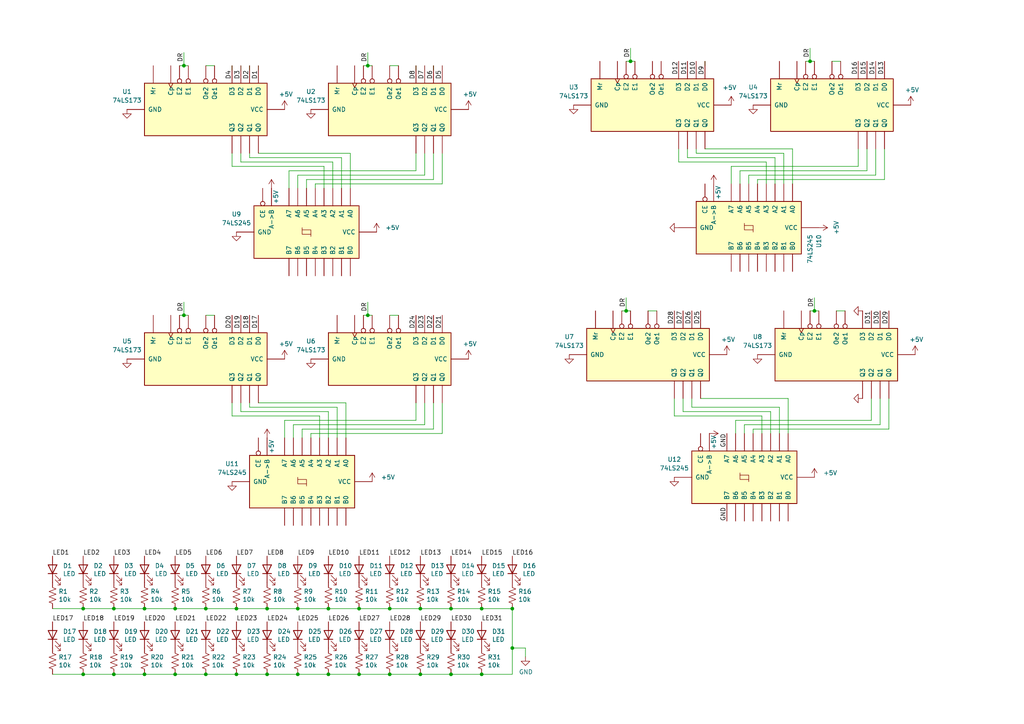
<source format=kicad_sch>
(kicad_sch (version 20230121) (generator eeschema)
  (paper "A4")
  (title_block (title "31-bit register") (rev "1") (comment 1 "DR: Data Read"))
  (junction (at 181.61 90.17))
  (junction (at 33.02 176.53))
  (junction (at 68.58 176.53))
  (junction (at 41.91 176.53))
  (junction (at 139.7 176.53))
  (junction (at 130.81 195.58))
  (junction (at 121.92 176.53))
  (junction (at 234.95 17.78))
  (junction (at 113.03 176.53))
  (junction (at 50.8 176.53))
  (junction (at 77.47 195.58))
  (junction (at 113.03 195.58))
  (junction (at 148.59 187.96))
  (junction (at 182.88 17.78))
  (junction (at 24.13 195.58))
  (junction (at 24.13 176.53))
  (junction (at 95.25 176.53))
  (junction (at 104.14 195.58))
  (junction (at 130.81 176.53))
  (junction (at 106.68 91.44))
  (junction (at 53.34 91.44))
  (junction (at 95.25 195.58))
  (junction (at 106.68 19.05))
  (junction (at 33.02 195.58))
  (junction (at 148.59 176.53))
  (junction (at 121.92 195.58))
  (junction (at 68.58 195.58))
  (junction (at 41.91 195.58))
  (junction (at 86.36 176.53))
  (junction (at 104.14 176.53))
  (junction (at 59.69 195.58))
  (junction (at 139.7 195.58))
  (junction (at 53.34 19.05))
  (junction (at 86.36 195.58))
  (junction (at 236.22 90.17))
  (junction (at 59.69 176.53))
  (junction (at 77.47 176.53))
  (junction (at 50.8 195.58))
  (wire (pts (xy 182.88 13.97) (xy 182.88 17.78)))
  (wire (pts (xy 15.24 176.53) (xy 24.13 176.53)))
  (wire (pts (xy 121.92 195.58) (xy 130.81 195.58)))
  (wire (pts (xy 120.65 44.45) (xy 120.65 49.53)))
  (wire (pts (xy 215.9 125.73) (xy 215.9 123.19)))
  (wire (pts (xy 50.8 176.53) (xy 59.69 176.53)))
  (wire (pts (xy 106.68 87.63) (xy 106.68 91.44)))
  (wire (pts (xy 72.39 20.32) (xy 72.39 19.05)))
  (wire (pts (xy 82.55 127) (xy 82.55 121.92)))
  (wire (pts (xy 212.09 48.26) (xy 212.09 53.34)))
  (wire (pts (xy 95.25 195.58) (xy 104.14 195.58)))
  (wire (pts (xy 74.93 44.45) (xy 101.6 44.45)))
  (wire (pts (xy 248.92 48.26) (xy 212.09 48.26)))
  (wire (pts (xy 219.71 53.34) (xy 219.71 52.07)))
  (wire (pts (xy 257.81 124.46) (xy 257.81 115.57)))
  (wire (pts (xy 123.19 123.19) (xy 123.19 116.84)))
  (wire (pts (xy 121.92 176.53) (xy 130.81 176.53)))
  (wire (pts (xy 200.66 118.11) (xy 226.06 118.11)))
  (wire (pts (xy 125.73 19.05) (xy 125.73 20.32)))
  (wire (pts (xy 33.02 195.58) (xy 41.91 195.58)))
  (wire (pts (xy 95.25 176.53) (xy 104.14 176.53)))
  (wire (pts (xy 67.31 44.45) (xy 67.31 48.26)))
  (wire (pts (xy 62.23 19.05) (xy 59.69 19.05)))
  (wire (pts (xy 148.59 176.53) (xy 148.59 187.96)))
  (wire (pts (xy 74.93 20.32) (xy 74.93 19.05)))
  (wire (pts (xy 201.93 43.18) (xy 201.93 44.45)))
  (wire (pts (xy 139.7 195.58) (xy 148.59 195.58)))
  (wire (pts (xy 255.27 123.19) (xy 255.27 115.57)))
  (wire (pts (xy 123.19 19.05) (xy 123.19 20.32)))
  (wire (pts (xy 87.63 127) (xy 87.63 124.46)))
  (wire (pts (xy 198.12 119.38) (xy 198.12 115.57)))
  (wire (pts (xy 41.91 176.53) (xy 50.8 176.53)))
  (wire (pts (xy 196.85 43.18) (xy 196.85 46.99)))
  (wire (pts (xy 228.6 115.57) (xy 203.2 115.57)))
  (wire (pts (xy 72.39 45.72) (xy 99.06 45.72)))
  (wire (pts (xy 236.22 90.17) (xy 234.95 90.17)))
  (wire (pts (xy 95.25 119.38) (xy 69.85 119.38)))
  (wire (pts (xy 107.95 19.05) (xy 106.68 19.05)))
  (wire (pts (xy 77.47 195.58) (xy 86.36 195.58)))
  (wire (pts (xy 72.39 44.45) (xy 72.39 45.72)))
  (wire (pts (xy 88.9 52.07) (xy 88.9 54.61)))
  (wire (pts (xy 226.06 125.73) (xy 226.06 118.11)))
  (wire (pts (xy 224.79 53.34) (xy 224.79 45.72)))
  (wire (pts (xy 204.47 43.18) (xy 229.87 43.18)))
  (wire (pts (xy 87.63 124.46) (xy 125.73 124.46)))
  (wire (pts (xy 184.15 17.78) (xy 182.88 17.78)))
  (wire (pts (xy 182.88 90.17) (xy 181.61 90.17)))
  (wire (pts (xy 97.79 127) (xy 97.79 118.11)))
  (wire (pts (xy 72.39 118.11) (xy 72.39 116.84)))
  (wire (pts (xy 104.14 195.58) (xy 113.03 195.58)))
  (wire (pts (xy 24.13 195.58) (xy 33.02 195.58)))
  (wire (pts (xy 85.09 123.19) (xy 123.19 123.19)))
  (wire (pts (xy 91.44 53.34) (xy 91.44 54.61)))
  (wire (pts (xy 181.61 86.36) (xy 181.61 90.17)))
  (wire (pts (xy 256.54 43.18) (xy 256.54 52.07)))
  (wire (pts (xy 215.9 123.19) (xy 255.27 123.19)))
  (wire (pts (xy 90.17 127) (xy 90.17 125.73)))
  (wire (pts (xy 128.27 19.05) (xy 128.27 20.32)))
  (wire (pts (xy 125.73 52.07) (xy 88.9 52.07)))
  (wire (pts (xy 217.17 50.8) (xy 217.17 53.34)))
  (wire (pts (xy 50.8 195.58) (xy 59.69 195.58)))
  (wire (pts (xy 123.19 50.8) (xy 86.36 50.8)))
  (wire (pts (xy 100.33 127) (xy 100.33 116.84)))
  (wire (pts (xy 128.27 53.34) (xy 91.44 53.34)))
  (wire (pts (xy 113.03 176.53) (xy 121.92 176.53)))
  (wire (pts (xy 130.81 195.58) (xy 139.7 195.58)))
  (wire (pts (xy 248.92 43.18) (xy 248.92 48.26)))
  (wire (pts (xy 242.57 90.17) (xy 245.11 90.17)))
  (wire (pts (xy 101.6 44.45) (xy 101.6 54.61)))
  (wire (pts (xy 139.7 176.53) (xy 148.59 176.53)))
  (wire (pts (xy 106.68 91.44) (xy 105.41 91.44)))
  (wire (pts (xy 220.98 120.65) (xy 195.58 120.65)))
  (wire (pts (xy 228.6 125.73) (xy 228.6 115.57)))
  (wire (pts (xy 251.46 49.53) (xy 214.63 49.53)))
  (wire (pts (xy 86.36 195.58) (xy 95.25 195.58)))
  (wire (pts (xy 148.59 195.58) (xy 148.59 187.96)))
  (wire (pts (xy 195.58 120.65) (xy 195.58 115.57)))
  (wire (pts (xy 213.36 121.92) (xy 252.73 121.92)))
  (wire (pts (xy 113.03 91.44) (xy 115.57 91.44)))
  (wire (pts (xy 241.3 17.78) (xy 243.84 17.78)))
  (wire (pts (xy 54.61 91.44) (xy 53.34 91.44)))
  (wire (pts (xy 92.71 127) (xy 92.71 120.65)))
  (wire (pts (xy 182.88 17.78) (xy 181.61 17.78)))
  (wire (pts (xy 59.69 176.53) (xy 68.58 176.53)))
  (wire (pts (xy 236.22 17.78) (xy 234.95 17.78)))
  (wire (pts (xy 54.61 19.05) (xy 53.34 19.05)))
  (wire (pts (xy 96.52 46.99) (xy 96.52 54.61)))
  (wire (pts (xy 214.63 49.53) (xy 214.63 53.34)))
  (wire (pts (xy 204.47 19.05) (xy 204.47 17.78)))
  (wire (pts (xy 106.68 19.05) (xy 105.41 19.05)))
  (wire (pts (xy 125.73 124.46) (xy 125.73 116.84)))
  (wire (pts (xy 234.95 17.78) (xy 233.68 17.78)))
  (wire (pts (xy 67.31 48.26) (xy 93.98 48.26)))
  (wire (pts (xy 59.69 91.44) (xy 62.23 91.44)))
  (wire (pts (xy 59.69 195.58) (xy 68.58 195.58)))
  (wire (pts (xy 95.25 127) (xy 95.25 119.38)))
  (wire (pts (xy 187.96 90.17) (xy 190.5 90.17)))
  (wire (pts (xy 93.98 48.26) (xy 93.98 54.61)))
  (wire (pts (xy 199.39 43.18) (xy 199.39 45.72)))
  (wire (pts (xy 97.79 118.11) (xy 72.39 118.11)))
  (wire (pts (xy 222.25 53.34) (xy 222.25 46.99)))
  (wire (pts (xy 99.06 45.72) (xy 99.06 54.61)))
  (wire (pts (xy 120.65 49.53) (xy 83.82 49.53)))
  (wire (pts (xy 77.47 176.53) (xy 86.36 176.53)))
  (wire (pts (xy 104.14 176.53) (xy 113.03 176.53)))
  (wire (pts (xy 106.68 15.24) (xy 106.68 19.05)))
  (wire (pts (xy 148.59 187.96) (xy 152.4 187.96)))
  (wire (pts (xy 68.58 195.58) (xy 77.47 195.58)))
  (wire (pts (xy 130.81 176.53) (xy 139.7 176.53)))
  (wire (pts (xy 224.79 45.72) (xy 199.39 45.72)))
  (wire (pts (xy 107.95 91.44) (xy 106.68 91.44)))
  (wire (pts (xy 53.34 19.05) (xy 52.07 19.05)))
  (wire (pts (xy 33.02 176.53) (xy 41.91 176.53)))
  (wire (pts (xy 220.98 125.73) (xy 220.98 120.65)))
  (wire (pts (xy 86.36 176.53) (xy 95.25 176.53)))
  (wire (pts (xy 85.09 127) (xy 85.09 123.19)))
  (wire (pts (xy 236.22 86.36) (xy 236.22 90.17)))
  (wire (pts (xy 69.85 119.38) (xy 69.85 116.84)))
  (wire (pts (xy 83.82 49.53) (xy 83.82 54.61)))
  (wire (pts (xy 86.36 50.8) (xy 86.36 54.61)))
  (wire (pts (xy 90.17 125.73) (xy 128.27 125.73)))
  (wire (pts (xy 125.73 44.45) (xy 125.73 52.07)))
  (wire (pts (xy 41.91 195.58) (xy 50.8 195.58)))
  (wire (pts (xy 128.27 44.45) (xy 128.27 53.34)))
  (wire (pts (xy 213.36 125.73) (xy 213.36 121.92)))
  (wire (pts (xy 251.46 43.18) (xy 251.46 49.53)))
  (wire (pts (xy 219.71 52.07) (xy 256.54 52.07)))
  (wire (pts (xy 200.66 118.11) (xy 200.66 115.57)))
  (wire (pts (xy 254 43.18) (xy 254 50.8)))
  (wire (pts (xy 113.03 195.58) (xy 121.92 195.58)))
  (wire (pts (xy 237.49 90.17) (xy 236.22 90.17)))
  (wire (pts (xy 120.65 121.92) (xy 120.65 116.84)))
  (wire (pts (xy 92.71 120.65) (xy 67.31 120.65)))
  (wire (pts (xy 15.24 195.58) (xy 24.13 195.58)))
  (wire (pts (xy 227.33 44.45) (xy 201.93 44.45)))
  (wire (pts (xy 123.19 44.45) (xy 123.19 50.8)))
  (wire (pts (xy 128.27 125.73) (xy 128.27 116.84)))
  (wire (pts (xy 223.52 125.73) (xy 223.52 119.38)))
  (wire (pts (xy 68.58 176.53) (xy 77.47 176.53)))
  (wire (pts (xy 229.87 53.34) (xy 229.87 43.18)))
  (wire (pts (xy 53.34 87.63) (xy 53.34 91.44)))
  (wire (pts (xy 53.34 15.24) (xy 53.34 19.05)))
  (wire (pts (xy 113.03 19.05) (xy 115.57 19.05)))
  (wire (pts (xy 67.31 120.65) (xy 67.31 116.84)))
  (wire (pts (xy 181.61 90.17) (xy 180.34 90.17)))
  (wire (pts (xy 218.44 125.73) (xy 218.44 124.46)))
  (wire (pts (xy 222.25 46.99) (xy 196.85 46.99)))
  (wire (pts (xy 223.52 119.38) (xy 198.12 119.38)))
  (wire (pts (xy 227.33 53.34) (xy 227.33 44.45)))
  (wire (pts (xy 69.85 44.45) (xy 69.85 46.99)))
  (wire (pts (xy 69.85 46.99) (xy 96.52 46.99)))
  (wire (pts (xy 252.73 121.92) (xy 252.73 115.57)))
  (wire (pts (xy 69.85 20.32) (xy 69.85 19.05)))
  (wire (pts (xy 218.44 124.46) (xy 257.81 124.46)))
  (wire (pts (xy 254 50.8) (xy 217.17 50.8)))
  (wire (pts (xy 152.4 187.96) (xy 152.4 190.5)))
  (wire (pts (xy 74.93 116.84) (xy 100.33 116.84)))
  (wire (pts (xy 120.65 19.05) (xy 120.65 20.32)))
  (wire (pts (xy 67.31 20.32) (xy 67.31 19.05)))
  (wire (pts (xy 53.34 91.44) (xy 52.07 91.44)))
  (wire (pts (xy 24.13 176.53) (xy 33.02 176.53)))
  (wire (pts (xy 82.55 121.92) (xy 120.65 121.92)))
  (wire (pts (xy 234.95 13.97) (xy 234.95 17.78)))
  (label "LED10" (at 95.25 161.29 0))
  (label "LED18" (at 24.13 180.34 0))
  (label "LED25" (at 86.36 180.34 0))
  (label "LED23" (at 68.58 180.34 0))
  (label "D5" (at 128.27 20.32 270))
  (label "LED26" (at 95.25 180.34 0))
  (label "LED19" (at 33.02 180.34 0))
  (label "D9" (at 204.47 19.05 270))
  (label "D26" (at 200.66 90.17 270))
  (label "LED2" (at 24.13 161.29 0))
  (label "D10" (at 201.93 17.78 270))
  (label "LED6" (at 59.69 161.29 0))
  (label "D1" (at 74.93 20.32 270))
  (label "D20" (at 67.31 91.44 270))
  (label "D23" (at 123.19 91.44 270))
  (label "LED11" (at 104.14 161.29 0))
  (label "LED3" (at 33.02 161.29 0))
  (label "D27" (at 198.12 90.17 270))
  (label "LED5" (at 50.8 161.29 0))
  (label "D30" (at 255.27 90.17 270))
  (label "D19" (at 69.85 91.44 270))
  (label "D11" (at 199.39 17.78 270))
  (label "D15" (at 251.46 17.78 270))
  (label "LED4" (at 41.91 161.29 0))
  (label "D21" (at 128.27 91.44 270))
  (label "D18" (at 72.39 91.44 270))
  (label "DR" (at 106.68 15.24 270))
  (label "D3" (at 69.85 20.32 270))
  (label "D24" (at 120.65 91.44 270))
  (label "D4" (at 67.31 20.32 270))
  (label "GND" (at 210.82 151.13 90))
  (label "DR" (at 236.22 86.36 270))
  (label "GND" (at 210.82 125.73 270))
  (label "D14" (at 254 17.78 270))
  (label "LED13" (at 121.92 161.29 0))
  (label "D17" (at 74.93 91.44 270))
  (label "DR" (at 106.68 87.63 270))
  (label "D31" (at 252.73 90.17 270))
  (label "D29" (at 257.81 90.17 270))
  (label "D13" (at 256.54 17.78 270))
  (label "LED31" (at 139.7 180.34 0))
  (label "D2" (at 72.39 20.32 270))
  (label "D22" (at 125.73 91.44 270))
  (label "LED27" (at 104.14 180.34 0))
  (label "DR" (at 53.34 87.63 270))
  (label "LED29" (at 121.92 180.34 0))
  (label "LED15" (at 139.7 161.29 0))
  (label "D28" (at 195.58 90.17 270))
  (label "DR" (at 234.95 13.97 270))
  (label "LED30" (at 130.81 180.34 0))
  (label "D6" (at 125.73 20.32 270))
  (label "LED7" (at 68.58 161.29 0))
  (label "D12" (at 196.85 17.78 270))
  (label "LED12" (at 113.03 161.29 0))
  (label "D16" (at 248.92 17.78 270))
  (label "LED24" (at 77.47 180.34 0))
  (label "LED1" (at 15.24 161.29 0))
  (label "LED9" (at 86.36 161.29 0))
  (label "LED14" (at 130.81 161.29 0))
  (label "LED8" (at 77.47 161.29 0))
  (label "DR" (at 182.88 13.97 270))
  (label "LED28" (at 113.03 180.34 0))
  (label "LED21" (at 50.8 180.34 0))
  (label "LED17" (at 15.24 180.34 0))
  (label "LED16" (at 148.59 161.29 0))
  (label "DR" (at 53.34 15.24 270))
  (label "LED20" (at 41.91 180.34 0))
  (label "DR" (at 181.61 86.36 270))
  (label "D25" (at 203.2 90.17 270))
  (label "LED22" (at 59.69 180.34 0))
  (label "D8" (at 120.65 20.32 270))
  (label "D7" (at 123.19 20.32 270))
  (symbol (lib_name "74LS173_2") (lib_id "74xx:74LS173") (at 113.03 31.75 270) (unit 1)
    (property "Reference" "U2" (at 90.17 26.5683 90))
    (property "Value" "74LS173" (at 90.17 29.1083 90))
    (property "Footprint" "Package_SO:SOIC-16_3.9x9.9mm_P1.27mm" (effects hide))
    (property "Datasheet" "http://www.ti.com/lit/gpn/sn74LS173" (effects hide))
  )
  (symbol (lib_name "74LS173_1") (lib_id "74xx:74LS173") (at 59.69 31.75 270) (unit 1)
    (property "Reference" "U1" (at 36.83 26.5683 90))
    (property "Value" "74LS173" (at 36.83 29.1083 90))
    (property "Footprint" "Package_SO:SOIC-16_3.9x9.9mm_P1.27mm" (effects hide))
    (property "Datasheet" "http://www.ti.com/lit/gpn/sn74LS173" (effects hide))
  )
  (symbol (lib_id "Device:LED") (at 15.24 184.15 90) (unit 1)
    (property "Reference" "D17" (at 18.2372 183.1594 90) (effects (justify right)))
    (property "Value" "LED" (at 18.2372 185.4708 90) (effects (justify right)))
    (property "Footprint" "LED_SMD:LED_0402_1005Metric" (effects hide))
  )
  (symbol (lib_id "Device:R_US") (at 15.24 191.77 0) (unit 1)
    (property "Reference" "R17" (at 16.9672 190.6016 0) (effects (justify left)))
    (property "Value" "10k" (at 16.9672 192.913 0) (effects (justify left)))
    (property "Footprint" "Resistor_SMD:R_0402_1005Metric" (effects hide))
  )
  (symbol (lib_id "Device:LED") (at 24.13 184.15 90) (unit 1)
    (property "Reference" "D18" (at 27.1272 183.1594 90) (effects (justify right)))
    (property "Value" "LED" (at 27.1272 185.4708 90) (effects (justify right)))
    (property "Footprint" "LED_SMD:LED_0402_1005Metric" (effects hide))
  )
  (symbol (lib_id "Device:R_US") (at 24.13 191.77 0) (unit 1)
    (property "Reference" "R18" (at 25.8572 190.6016 0) (effects (justify left)))
    (property "Value" "10k" (at 25.8572 192.913 0) (effects (justify left)))
    (property "Footprint" "Resistor_SMD:R_0402_1005Metric" (effects hide))
  )
  (symbol (lib_id "Device:LED") (at 33.02 184.15 90) (unit 1)
    (property "Reference" "D19" (at 36.0172 183.1594 90) (effects (justify right)))
    (property "Value" "LED" (at 36.0172 185.4708 90) (effects (justify right)))
    (property "Footprint" "LED_SMD:LED_0402_1005Metric" (effects hide))
  )
  (symbol (lib_id "Device:R_US") (at 33.02 191.77 0) (unit 1)
    (property "Reference" "R19" (at 34.7472 190.6016 0) (effects (justify left)))
    (property "Value" "10k" (at 34.7472 192.913 0) (effects (justify left)))
    (property "Footprint" "Resistor_SMD:R_0402_1005Metric" (effects hide))
  )
  (symbol (lib_id "Device:LED") (at 41.91 184.15 90) (unit 1)
    (property "Reference" "D20" (at 44.9072 183.1594 90) (effects (justify right)))
    (property "Value" "LED" (at 44.9072 185.4708 90) (effects (justify right)))
    (property "Footprint" "LED_SMD:LED_0402_1005Metric" (effects hide))
  )
  (symbol (lib_id "Device:R_US") (at 41.91 191.77 0) (unit 1)
    (property "Reference" "R20" (at 43.6372 190.6016 0) (effects (justify left)))
    (property "Value" "10k" (at 43.6372 192.913 0) (effects (justify left)))
    (property "Footprint" "Resistor_SMD:R_0402_1005Metric" (effects hide))
  )
  (symbol (lib_id "Device:LED") (at 50.8 184.15 90) (unit 1)
    (property "Reference" "D21" (at 53.7972 183.1594 90) (effects (justify right)))
    (property "Value" "LED" (at 53.7972 185.4708 90) (effects (justify right)))
    (property "Footprint" "LED_SMD:LED_0402_1005Metric" (effects hide))
  )
  (symbol (lib_id "Device:R_US") (at 50.8 191.77 0) (unit 1)
    (property "Reference" "R21" (at 52.5272 190.6016 0) (effects (justify left)))
    (property "Value" "10k" (at 52.5272 192.913 0) (effects (justify left)))
    (property "Footprint" "Resistor_SMD:R_0402_1005Metric" (effects hide))
  )
  (symbol (lib_id "Device:LED") (at 59.69 184.15 90) (unit 1)
    (property "Reference" "D22" (at 62.6872 183.1594 90) (effects (justify right)))
    (property "Value" "LED" (at 62.6872 185.4708 90) (effects (justify right)))
    (property "Footprint" "LED_SMD:LED_0402_1005Metric" (effects hide))
  )
  (symbol (lib_id "Device:R_US") (at 59.69 191.77 0) (unit 1)
    (property "Reference" "R22" (at 61.4172 190.6016 0) (effects (justify left)))
    (property "Value" "10k" (at 61.4172 192.913 0) (effects (justify left)))
    (property "Footprint" "Resistor_SMD:R_0402_1005Metric" (effects hide))
  )
  (symbol (lib_id "Device:LED") (at 68.58 184.15 90) (unit 1)
    (property "Reference" "D23" (at 71.5772 183.1594 90) (effects (justify right)))
    (property "Value" "LED" (at 71.5772 185.4708 90) (effects (justify right)))
    (property "Footprint" "LED_SMD:LED_0402_1005Metric" (effects hide))
  )
  (symbol (lib_id "Device:R_US") (at 68.58 191.77 0) (unit 1)
    (property "Reference" "R23" (at 70.3072 190.6016 0) (effects (justify left)))
    (property "Value" "10k" (at 70.3072 192.913 0) (effects (justify left)))
    (property "Footprint" "Resistor_SMD:R_0402_1005Metric" (effects hide))
  )
  (symbol (lib_id "Device:LED") (at 77.47 184.15 90) (unit 1)
    (property "Reference" "D24" (at 80.4672 183.1594 90) (effects (justify right)))
    (property "Value" "LED" (at 80.4672 185.4708 90) (effects (justify right)))
    (property "Footprint" "LED_SMD:LED_0402_1005Metric" (effects hide))
  )
  (symbol (lib_id "Device:R_US") (at 77.47 191.77 0) (unit 1)
    (property "Reference" "R24" (at 79.1972 190.6016 0) (effects (justify left)))
    (property "Value" "10k" (at 79.1972 192.913 0) (effects (justify left)))
    (property "Footprint" "Resistor_SMD:R_0402_1005Metric" (effects hide))
  )
  (symbol (lib_id "Device:LED") (at 86.36 184.15 90) (unit 1)
    (property "Reference" "D25" (at 89.3572 183.1594 90) (effects (justify right)))
    (property "Value" "LED" (at 89.3572 185.4708 90) (effects (justify right)))
    (property "Footprint" "LED_SMD:LED_0402_1005Metric" (effects hide))
  )
  (symbol (lib_id "Device:R_US") (at 86.36 191.77 0) (unit 1)
    (property "Reference" "R25" (at 88.0872 190.6016 0) (effects (justify left)))
    (property "Value" "10k" (at 88.0872 192.913 0) (effects (justify left)))
    (property "Footprint" "Resistor_SMD:R_0402_1005Metric" (effects hide))
  )
  (symbol (lib_id "Device:LED") (at 95.25 184.15 90) (unit 1)
    (property "Reference" "D26" (at 98.2472 183.1594 90) (effects (justify right)))
    (property "Value" "LED" (at 98.2472 185.4708 90) (effects (justify right)))
    (property "Footprint" "LED_SMD:LED_0402_1005Metric" (effects hide))
  )
  (symbol (lib_id "Device:R_US") (at 95.25 191.77 0) (unit 1)
    (property "Reference" "R26" (at 96.9772 190.6016 0) (effects (justify left)))
    (property "Value" "10k" (at 96.9772 192.913 0) (effects (justify left)))
    (property "Footprint" "Resistor_SMD:R_0402_1005Metric" (effects hide))
  )
  (symbol (lib_id "Device:LED") (at 104.14 184.15 90) (unit 1)
    (property "Reference" "D27" (at 107.1372 183.1594 90) (effects (justify right)))
    (property "Value" "LED" (at 107.1372 185.4708 90) (effects (justify right)))
    (property "Footprint" "LED_SMD:LED_0402_1005Metric" (effects hide))
  )
  (symbol (lib_id "Device:R_US") (at 104.14 191.77 0) (unit 1)
    (property "Reference" "R27" (at 105.8672 190.6016 0) (effects (justify left)))
    (property "Value" "10k" (at 105.8672 192.913 0) (effects (justify left)))
    (property "Footprint" "Resistor_SMD:R_0402_1005Metric" (effects hide))
  )
  (symbol (lib_id "Device:LED") (at 113.03 184.15 90) (unit 1)
    (property "Reference" "D28" (at 116.0272 183.1594 90) (effects (justify right)))
    (property "Value" "LED" (at 116.0272 185.4708 90) (effects (justify right)))
    (property "Footprint" "LED_SMD:LED_0402_1005Metric" (effects hide))
  )
  (symbol (lib_id "Device:R_US") (at 113.03 191.77 0) (unit 1)
    (property "Reference" "R28" (at 114.7572 190.6016 0) (effects (justify left)))
    (property "Value" "10k" (at 114.7572 192.913 0) (effects (justify left)))
    (property "Footprint" "Resistor_SMD:R_0402_1005Metric" (effects hide))
  )
  (symbol (lib_id "Device:LED") (at 121.92 184.15 90) (unit 1)
    (property "Reference" "D29" (at 124.9172 183.1594 90) (effects (justify right)))
    (property "Value" "LED" (at 124.9172 185.4708 90) (effects (justify right)))
    (property "Footprint" "LED_SMD:LED_0402_1005Metric" (effects hide))
  )
  (symbol (lib_id "Device:R_US") (at 121.92 191.77 0) (unit 1)
    (property "Reference" "R29" (at 123.6472 190.6016 0) (effects (justify left)))
    (property "Value" "10k" (at 123.6472 192.913 0) (effects (justify left)))
    (property "Footprint" "Resistor_SMD:R_0402_1005Metric" (effects hide))
  )
  (symbol (lib_id "Device:LED") (at 130.81 184.15 90) (unit 1)
    (property "Reference" "D30" (at 133.8072 183.1594 90) (effects (justify right)))
    (property "Value" "LED" (at 133.8072 185.4708 90) (effects (justify right)))
    (property "Footprint" "LED_SMD:LED_0402_1005Metric" (effects hide))
  )
  (symbol (lib_id "Device:R_US") (at 130.81 191.77 0) (unit 1)
    (property "Reference" "R30" (at 132.5372 190.6016 0) (effects (justify left)))
    (property "Value" "10k" (at 132.5372 192.913 0) (effects (justify left)))
    (property "Footprint" "Resistor_SMD:R_0402_1005Metric" (effects hide))
  )
  (symbol (lib_id "Device:LED") (at 139.7 184.15 90) (unit 1)
    (property "Reference" "D31" (at 142.6972 183.1594 90) (effects (justify right)))
    (property "Value" "LED" (at 142.6972 185.4708 90) (effects (justify right)))
    (property "Footprint" "LED_SMD:LED_0402_1005Metric" (effects hide))
  )
  (symbol (lib_id "Device:R_US") (at 139.7 191.77 0) (unit 1)
    (property "Reference" "R31" (at 141.4272 190.6016 0) (effects (justify left)))
    (property "Value" "10k" (at 141.4272 192.913 0) (effects (justify left)))
    (property "Footprint" "Resistor_SMD:R_0402_1005Metric" (effects hide))
  )
  (symbol (lib_id "Device:LED") (at 148.59 165.1 90) (unit 1)
    (property "Reference" "D16" (at 151.5872 164.1094 90) (effects (justify right)))
    (property "Value" "LED" (at 151.5872 166.4208 90) (effects (justify right)))
    (property "Footprint" "LED_SMD:LED_0402_1005Metric" (effects hide))
  )
  (symbol (lib_id "Device:R_US") (at 148.59 172.72 0) (unit 1)
    (property "Reference" "R16" (at 150.3172 171.5516 0) (effects (justify left)))
    (property "Value" "10k" (at 150.3172 173.863 0) (effects (justify left)))
    (property "Footprint" "Resistor_SMD:R_0402_1005Metric" (effects hide))
  )
  (symbol (lib_id "Device:LED") (at 15.24 165.1 90) (unit 1)
    (property "Reference" "D1" (at 18.2372 164.1094 90) (effects (justify right)))
    (property "Value" "LED" (at 18.2372 166.4208 90) (effects (justify right)))
    (property "Footprint" "LED_SMD:LED_0402_1005Metric" (effects hide))
    (property "Datasheet" "https://www.mouser.com/datasheet/2/239/LTST-C281KGKT-1141420.pdf" (effects hide))
  )
  (symbol (lib_id "Device:R_US") (at 15.24 172.72 0) (unit 1)
    (property "Reference" "R1" (at 16.9672 171.5516 0) (effects (justify left)))
    (property "Value" "10k" (at 16.9672 173.863 0) (effects (justify left)))
    (property "Footprint" "Resistor_SMD:R_0402_1005Metric" (effects hide))
  )
  (symbol (lib_id "Device:LED") (at 24.13 165.1 90) (unit 1)
    (property "Reference" "D2" (at 27.1272 164.1094 90) (effects (justify right)))
    (property "Value" "LED" (at 27.1272 166.4208 90) (effects (justify right)))
    (property "Footprint" "LED_SMD:LED_0402_1005Metric" (effects hide))
  )
  (symbol (lib_id "Device:R_US") (at 24.13 172.72 0) (unit 1)
    (property "Reference" "R2" (at 25.8572 171.5516 0) (effects (justify left)))
    (property "Value" "10k" (at 25.8572 173.863 0) (effects (justify left)))
    (property "Footprint" "Resistor_SMD:R_0402_1005Metric" (effects hide))
  )
  (symbol (lib_id "Device:LED") (at 33.02 165.1 90) (unit 1)
    (property "Reference" "D3" (at 36.0172 164.1094 90) (effects (justify right)))
    (property "Value" "LED" (at 36.0172 166.4208 90) (effects (justify right)))
    (property "Footprint" "LED_SMD:LED_0402_1005Metric" (effects hide))
  )
  (symbol (lib_id "Device:R_US") (at 33.02 172.72 0) (unit 1)
    (property "Reference" "R3" (at 34.7472 171.5516 0) (effects (justify left)))
    (property "Value" "10k" (at 34.7472 173.863 0) (effects (justify left)))
    (property "Footprint" "Resistor_SMD:R_0402_1005Metric" (effects hide))
  )
  (symbol (lib_id "Device:LED") (at 41.91 165.1 90) (unit 1)
    (property "Reference" "D4" (at 44.9072 164.1094 90) (effects (justify right)))
    (property "Value" "LED" (at 44.9072 166.4208 90) (effects (justify right)))
    (property "Footprint" "LED_SMD:LED_0402_1005Metric" (effects hide))
  )
  (symbol (lib_id "Device:R_US") (at 41.91 172.72 0) (unit 1)
    (property "Reference" "R4" (at 43.6372 171.5516 0) (effects (justify left)))
    (property "Value" "10k" (at 43.6372 173.863 0) (effects (justify left)))
    (property "Footprint" "Resistor_SMD:R_0402_1005Metric" (effects hide))
  )
  (symbol (lib_id "Device:LED") (at 50.8 165.1 90) (unit 1)
    (property "Reference" "D5" (at 53.7972 164.1094 90) (effects (justify right)))
    (property "Value" "LED" (at 53.7972 166.4208 90) (effects (justify right)))
    (property "Footprint" "LED_SMD:LED_0402_1005Metric" (effects hide))
  )
  (symbol (lib_id "Device:R_US") (at 50.8 172.72 0) (unit 1)
    (property "Reference" "R5" (at 52.5272 171.5516 0) (effects (justify left)))
    (property "Value" "10k" (at 52.5272 173.863 0) (effects (justify left)))
    (property "Footprint" "Resistor_SMD:R_0402_1005Metric" (effects hide))
  )
  (symbol (lib_id "Device:LED") (at 59.69 165.1 90) (unit 1)
    (property "Reference" "D6" (at 62.6872 164.1094 90) (effects (justify right)))
    (property "Value" "LED" (at 62.6872 166.4208 90) (effects (justify right)))
    (property "Footprint" "LED_SMD:LED_0402_1005Metric" (effects hide))
  )
  (symbol (lib_id "Device:R_US") (at 59.69 172.72 0) (unit 1)
    (property "Reference" "R6" (at 61.4172 171.5516 0) (effects (justify left)))
    (property "Value" "10k" (at 61.4172 173.863 0) (effects (justify left)))
    (property "Footprint" "Resistor_SMD:R_0402_1005Metric" (effects hide))
  )
  (symbol (lib_id "Device:LED") (at 68.58 165.1 90) (unit 1)
    (property "Reference" "D7" (at 71.5772 164.1094 90) (effects (justify right)))
    (property "Value" "LED" (at 71.5772 166.4208 90) (effects (justify right)))
    (property "Footprint" "LED_SMD:LED_0402_1005Metric" (effects hide))
  )
  (symbol (lib_id "Device:R_US") (at 68.58 172.72 0) (unit 1)
    (property "Reference" "R7" (at 70.3072 171.5516 0) (effects (justify left)))
    (property "Value" "10k" (at 70.3072 173.863 0) (effects (justify left)))
    (property "Footprint" "Resistor_SMD:R_0402_1005Metric" (effects hide))
  )
  (symbol (lib_id "Device:LED") (at 77.47 165.1 90) (unit 1)
    (property "Reference" "D8" (at 80.4672 164.1094 90) (effects (justify right)))
    (property "Value" "LED" (at 80.4672 166.4208 90) (effects (justify right)))
    (property "Footprint" "LED_SMD:LED_0402_1005Metric" (effects hide))
  )
  (symbol (lib_id "Device:R_US") (at 77.47 172.72 0) (unit 1)
    (property "Reference" "R8" (at 79.1972 171.5516 0) (effects (justify left)))
    (property "Value" "10k" (at 79.1972 173.863 0) (effects (justify left)))
    (property "Footprint" "Resistor_SMD:R_0402_1005Metric" (effects hide))
  )
  (symbol (lib_id "Device:LED") (at 86.36 165.1 90) (unit 1)
    (property "Reference" "D9" (at 89.3572 164.1094 90) (effects (justify right)))
    (property "Value" "LED" (at 89.3572 166.4208 90) (effects (justify right)))
    (property "Footprint" "LED_SMD:LED_0402_1005Metric" (effects hide))
  )
  (symbol (lib_id "Device:R_US") (at 86.36 172.72 0) (unit 1)
    (property "Reference" "R9" (at 88.0872 171.5516 0) (effects (justify left)))
    (property "Value" "10k" (at 88.0872 173.863 0) (effects (justify left)))
    (property "Footprint" "Resistor_SMD:R_0402_1005Metric" (effects hide))
  )
  (symbol (lib_id "Device:LED") (at 95.25 165.1 90) (unit 1)
    (property "Reference" "D10" (at 98.2472 164.1094 90) (effects (justify right)))
    (property "Value" "LED" (at 98.2472 166.4208 90) (effects (justify right)))
    (property "Footprint" "LED_SMD:LED_0402_1005Metric" (effects hide))
  )
  (symbol (lib_id "Device:R_US") (at 95.25 172.72 0) (unit 1)
    (property "Reference" "R10" (at 96.9772 171.5516 0) (effects (justify left)))
    (property "Value" "10k" (at 96.9772 173.863 0) (effects (justify left)))
    (property "Footprint" "Resistor_SMD:R_0402_1005Metric" (effects hide))
  )
  (symbol (lib_id "Device:LED") (at 104.14 165.1 90) (unit 1)
    (property "Reference" "D11" (at 107.1372 164.1094 90) (effects (justify right)))
    (property "Value" "LED" (at 107.1372 166.4208 90) (effects (justify right)))
    (property "Footprint" "LED_SMD:LED_0402_1005Metric" (effects hide))
  )
  (symbol (lib_id "Device:R_US") (at 104.14 172.72 0) (unit 1)
    (property "Reference" "R11" (at 105.8672 171.5516 0) (effects (justify left)))
    (property "Value" "10k" (at 105.8672 173.863 0) (effects (justify left)))
    (property "Footprint" "Resistor_SMD:R_0402_1005Metric" (effects hide))
  )
  (symbol (lib_id "Device:LED") (at 113.03 165.1 90) (unit 1)
    (property "Reference" "D12" (at 116.0272 164.1094 90) (effects (justify right)))
    (property "Value" "LED" (at 116.0272 166.4208 90) (effects (justify right)))
    (property "Footprint" "LED_SMD:LED_0402_1005Metric" (effects hide))
  )
  (symbol (lib_id "Device:R_US") (at 113.03 172.72 0) (unit 1)
    (property "Reference" "R12" (at 114.7572 171.5516 0) (effects (justify left)))
    (property "Value" "10k" (at 114.7572 173.863 0) (effects (justify left)))
    (property "Footprint" "Resistor_SMD:R_0402_1005Metric" (effects hide))
  )
  (symbol (lib_id "Device:LED") (at 121.92 165.1 90) (unit 1)
    (property "Reference" "D13" (at 124.9172 164.1094 90) (effects (justify right)))
    (property "Value" "LED" (at 124.9172 166.4208 90) (effects (justify right)))
    (property "Footprint" "LED_SMD:LED_0402_1005Metric" (effects hide))
  )
  (symbol (lib_id "Device:R_US") (at 121.92 172.72 0) (unit 1)
    (property "Reference" "R13" (at 123.6472 171.5516 0) (effects (justify left)))
    (property "Value" "10k" (at 123.6472 173.863 0) (effects (justify left)))
    (property "Footprint" "Resistor_SMD:R_0402_1005Metric" (effects hide))
  )
  (symbol (lib_id "Device:LED") (at 130.81 165.1 90) (unit 1)
    (property "Reference" "D14" (at 133.8072 164.1094 90) (effects (justify right)))
    (property "Value" "LED" (at 133.8072 166.4208 90) (effects (justify right)))
    (property "Footprint" "LED_SMD:LED_0402_1005Metric" (effects hide))
  )
  (symbol (lib_id "Device:R_US") (at 130.81 172.72 0) (unit 1)
    (property "Reference" "R14" (at 132.5372 171.5516 0) (effects (justify left)))
    (property "Value" "10k" (at 132.5372 173.863 0) (effects (justify left)))
    (property "Footprint" "Resistor_SMD:R_0402_1005Metric" (effects hide))
  )
  (symbol (lib_id "Device:LED") (at 139.7 165.1 90) (unit 1)
    (property "Reference" "D15" (at 142.6972 164.1094 90) (effects (justify right)))
    (property "Value" "LED" (at 142.6972 166.4208 90) (effects (justify right)))
    (property "Footprint" "LED_SMD:LED_0402_1005Metric" (effects hide))
  )
  (symbol (lib_id "Device:R_US") (at 139.7 172.72 0) (unit 1)
    (property "Reference" "R15" (at 141.4272 171.5516 0) (effects (justify left)))
    (property "Value" "10k" (at 141.4272 173.863 0) (effects (justify left)))
    (property "Footprint" "Resistor_SMD:R_0402_1005Metric" (effects hide))
  )
  (symbol (lib_id "power:GND") (at 152.4 190.5 0) (unit 1)
    (property "Reference" "#PWR0101" (effects hide))
    (property "Value" "GND" (at 152.527 194.8942 0))
  )
  (symbol (lib_id "power:+5V") (at 135.89 31.75 0) (unit 1)
    (property "Reference" "#PWR0102" (effects hide))
    (property "Value" "+5V" (at 136.271 27.3558 0))
  )
  (symbol (lib_id "power:+5V") (at 82.55 31.75 0) (unit 1)
    (property "Reference" "#PWR0105" (effects hide))
    (property "Value" "+5V" (at 82.931 27.3558 0))
  )
  (symbol (lib_name "74LS245_2") (lib_id "74xx:74LS245") (at 217.17 66.04 270) (unit 1)
    (property "Reference" "U10" (at 237.49 67.9959 0) (effects (justify left)))
    (property "Value" "74LS245" (at 234.95 67.9959 0) (effects (justify left)))
    (property "Footprint" "Package_SO:SOIC-20W_7.5x12.8mm_P1.27mm" (effects hide))
    (property "Datasheet" "http://www.ti.com/lit/gpn/sn74LS245" (effects hide))
  )
  (symbol (lib_name "74LS245_3") (lib_id "74xx:74LS245") (at 87.63 139.7 270) (unit 1)
    (property "Reference" "U11" (at 67.31 134.5183 90))
    (property "Value" "74LS245" (at 67.31 137.0583 90))
    (property "Footprint" "Package_SO:SOIC-20W_7.5x12.8mm_P1.27mm" (effects hide))
    (property "Datasheet" "http://www.ti.com/lit/gpn/sn74LS245" (effects hide))
  )
  (symbol (lib_id "74xx:74LS245") (at 215.9 138.43 270) (unit 1)
    (property "Reference" "U12" (at 195.58 133.2483 90))
    (property "Value" "74LS245" (at 195.58 135.7883 90))
    (property "Footprint" "Package_SO:SOIC-20W_7.5x12.8mm_P1.27mm" (effects hide))
    (property "Datasheet" "http://www.ti.com/lit/gpn/sn74LS245" (effects hide))
  )
  (symbol (lib_name "74LS173_7") (lib_id "74xx:74LS173") (at 187.96 102.87 270) (unit 1)
    (property "Reference" "U7" (at 165.1 97.6883 90))
    (property "Value" "74LS173" (at 165.1 100.2283 90))
    (property "Footprint" "Package_SO:SOIC-16_3.9x9.9mm_P1.27mm" (effects hide))
    (property "Datasheet" "http://www.ti.com/lit/gpn/sn74LS173" (effects hide))
  )
  (symbol (lib_id "power:GND") (at 36.83 104.14 0) (unit 1)
    (property "Reference" "#PWR08" (effects hide))
    (property "Value" "GND" (effects hide))
  )
  (symbol (lib_name "74LS173_6") (lib_id "74xx:74LS173") (at 113.03 104.14 270) (unit 1)
    (property "Reference" "U6" (at 90.17 98.9583 90))
    (property "Value" "74LS173" (at 90.17 101.4983 90))
    (property "Footprint" "Package_SO:SOIC-16_3.9x9.9mm_P1.27mm" (effects hide))
    (property "Datasheet" "http://www.ti.com/lit/gpn/sn74LS173" (effects hide))
  )
  (symbol (lib_id "power:+5V") (at 265.43 102.87 0) (unit 1)
    (property "Reference" "#PWR013" (effects hide))
    (property "Value" "+5V" (at 265.811 98.4758 0))
  )
  (symbol (lib_id "power:+5V") (at 82.55 104.14 0) (unit 1)
    (property "Reference" "#PWR07" (effects hide))
    (property "Value" "+5V" (at 82.931 99.7458 0))
  )
  (symbol (lib_id "power:GND") (at 68.58 67.31 0) (unit 1)
    (property "Reference" "#PWR019" (effects hide))
    (property "Value" "GND" (effects hide))
  )
  (symbol (lib_id "power:GND") (at 36.83 31.75 0) (unit 1)
    (property "Reference" "#PWR02" (effects hide))
    (property "Value" "GND" (effects hide))
  )
  (symbol (lib_id "power:GND") (at 166.37 30.48 0) (unit 1)
    (property "Reference" "#PWR04" (effects hide))
    (property "Value" "GND" (effects hide))
  )
  (symbol (lib_name "74LS173_3") (lib_id "74xx:74LS173") (at 189.23 30.48 270) (unit 1)
    (property "Reference" "U3" (at 166.37 25.2983 90))
    (property "Value" "74LS173" (at 166.37 27.8383 90))
    (property "Footprint" "Package_SO:SOIC-16_3.9x9.9mm_P1.27mm" (effects hide))
    (property "Datasheet" "http://www.ti.com/lit/gpn/sn74LS173" (effects hide))
  )
  (symbol (lib_id "power:+5V") (at 109.22 67.31 0) (unit 1)
    (property "Reference" "#PWR017" (effects hide))
    (property "Value" "+5V" (at 111.76 66.04 0) (effects (justify left)))
  )
  (symbol (lib_id "power:+5V") (at 77.47 127 0) (unit 1)
    (property "Reference" "#PWR027" (effects hide))
    (property "Value" "+5V" (at 78.74 129.54 90))
  )
  (symbol (lib_id "power:+5V") (at 236.22 138.43 0) (unit 1)
    (property "Reference" "#PWR024" (effects hide))
    (property "Value" "+5V" (at 238.76 137.16 0) (effects (justify left)))
  )
  (symbol (lib_id "power:+5V") (at 264.16 30.48 0) (unit 1)
    (property "Reference" "#PWR05" (effects hide))
    (property "Value" "+5V" (at 264.541 26.0858 0))
  )
  (symbol (lib_id "power:+5V") (at 78.74 54.61 0) (unit 1)
    (property "Reference" "#PWR021" (effects hide))
    (property "Value" "+5V" (at 80.01 57.15 90))
  )
  (symbol (lib_id "power:+5V") (at 210.82 102.87 0) (unit 1)
    (property "Reference" "#PWR011" (effects hide))
    (property "Value" "+5V" (at 211.201 98.4758 0))
  )
  (symbol (lib_id "power:GND") (at 219.71 102.87 0) (unit 1)
    (property "Reference" "#PWR014" (effects hide))
    (property "Value" "GND" (effects hide))
  )
  (symbol (lib_id "power:+5V") (at 212.09 30.48 0) (unit 1)
    (property "Reference" "#PWR03" (effects hide))
    (property "Value" "+5V" (at 209.55 25.4 0) (effects (justify left)))
  )
  (symbol (lib_name "74LS245_1") (lib_id "74xx:74LS245") (at 88.9 67.31 270) (unit 1)
    (property "Reference" "U9" (at 68.58 62.1283 90))
    (property "Value" "74LS245" (at 68.58 64.6683 90))
    (property "Footprint" "Package_SO:SOIC-20W_7.5x12.8mm_P1.27mm" (effects hide))
    (property "Datasheet" "http://www.ti.com/lit/gpn/sn74LS245" (effects hide))
  )
  (symbol (lib_id "power:+5V") (at 237.49 66.04 270) (unit 1)
    (property "Reference" "#PWR018" (effects hide))
    (property "Value" "+5V" (at 242.57 66.04 0))
  )
  (symbol (lib_id "power:+5V") (at 205.74 125.73 270) (unit 1)
    (property "Reference" "#PWR028" (effects hide))
    (property "Value" "+5V" (at 207.01 128.27 0))
  )
  (symbol (lib_id "power:GND") (at 250.19 90.17 270) (unit 1)
    (property "Reference" "#PWR015" (effects hide))
    (property "Value" "GND" (effects hide))
  )
  (symbol (lib_id "power:+5V") (at 207.01 53.34 0) (unit 1)
    (property "Reference" "#PWR026" (effects hide))
    (property "Value" "+5V" (at 208.28 55.88 90))
  )
  (symbol (lib_id "74xx:74LS173") (at 242.57 102.87 270) (unit 1)
    (property "Reference" "U8" (at 219.71 97.6883 90))
    (property "Value" "74LS173" (at 219.71 100.2283 90))
    (property "Footprint" "Package_SO:SOIC-16_3.9x9.9mm_P1.27mm" (effects hide))
    (property "Datasheet" "http://www.ti.com/lit/gpn/sn74LS173" (effects hide))
  )
  (symbol (lib_id "power:GND") (at 90.17 31.75 0) (unit 1)
    (property "Reference" "#PWR01" (effects hide))
    (property "Value" "GND" (effects hide))
  )
  (symbol (lib_id "power:GND") (at 196.85 66.04 270) (unit 1)
    (property "Reference" "#PWR020" (effects hide))
    (property "Value" "GND" (effects hide))
  )
  (symbol (lib_id "power:+5V") (at 107.95 139.7 0) (unit 1)
    (property "Reference" "#PWR022" (effects hide))
    (property "Value" "+5V" (at 110.49 138.43 0) (effects (justify left)))
  )
  (symbol (lib_id "power:GND") (at 218.44 30.48 0) (unit 1)
    (property "Reference" "#PWR06" (effects hide))
    (property "Value" "GND" (effects hide))
  )
  (symbol (lib_name "74LS173_4") (lib_id "74xx:74LS173") (at 241.3 30.48 270) (unit 1)
    (property "Reference" "U4" (at 218.44 25.2983 90))
    (property "Value" "74LS173" (at 218.44 27.8383 90))
    (property "Footprint" "Package_SO:SOIC-16_3.9x9.9mm_P1.27mm" (effects hide))
    (property "Datasheet" "http://www.ti.com/lit/gpn/sn74LS173" (effects hide))
  )
  (symbol (lib_id "power:+5V") (at 135.89 104.14 0) (unit 1)
    (property "Reference" "#PWR09" (effects hide))
    (property "Value" "+5V" (at 136.271 99.7458 0))
  )
  (symbol (lib_id "power:GND") (at 67.31 139.7 0) (unit 1)
    (property "Reference" "#PWR023" (effects hide))
    (property "Value" "GND" (effects hide))
  )
  (symbol (lib_id "power:GND") (at 195.58 138.43 0) (unit 1)
    (property "Reference" "#PWR025" (effects hide))
    (property "Value" "GND" (effects hide))
  )
  (symbol (lib_name "74LS173_5") (lib_id "74xx:74LS173") (at 59.69 104.14 270) (unit 1)
    (property "Reference" "U5" (at 36.83 98.9583 90))
    (property "Value" "74LS173" (at 36.83 101.4983 90))
    (property "Footprint" "Package_SO:SOIC-16_3.9x9.9mm_P1.27mm" (effects hide))
    (property "Datasheet" "http://www.ti.com/lit/gpn/sn74LS173" (effects hide))
  )
  (symbol (lib_id "power:GND") (at 165.1 102.87 0) (unit 1)
    (property "Reference" "#PWR012" (effects hide))
    (property "Value" "GND" (effects hide))
  )
  (symbol (lib_id "power:GND") (at 90.17 104.14 0) (unit 1)
    (property "Reference" "#PWR010" (effects hide))
    (property "Value" "GND" (effects hide))
  )
  (symbol (lib_id "power:GND") (at 250.19 115.57 270) (unit 1)
    (property "Reference" "#PWR016" (effects hide))
    (property "Value" "GND" (effects hide))
  )
)
</source>
